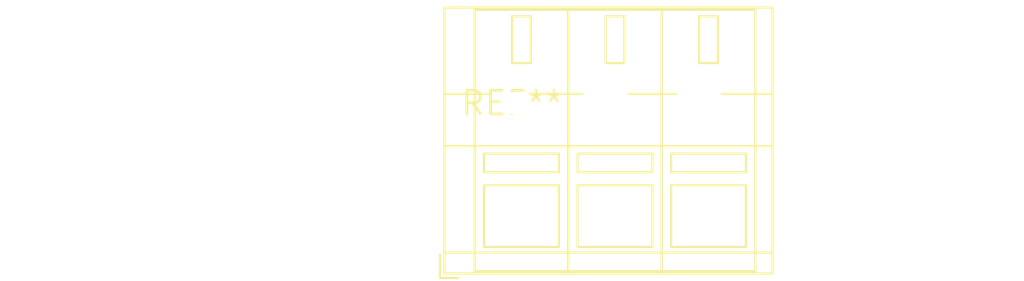
<source format=kicad_pcb>
(kicad_pcb (version 20240108) (generator pcbnew)
  (layers (0 "F.Cu" signal) (31 "B.Cu" signal) (34 "B.Paste" user) (35 "F.Paste" user) (36 "B.SilkS" user "B.Silkscreen") (37 "F.SilkS" user "F.Silkscreen") (38 "B.Mask" user) (39 "F.Mask" user) (44 "Edge.Cuts" user))
  (net 0 "")
  (footprint "TerminalBlock_WAGO_236-103_1x03_P5.00mm_45Degree" (layer "F.Cu") (at 0 0)
    (property "Reference" "REF**")
    (property "Value" "TerminalBlock_WAGO_236-103_1x03_P5.00mm_45Degree")
    (fp_line (start -3.86 8.12) (end -3.86 9.36) (layer "F.SilkS") (stroke (width 0.12)))
    (fp_line (start -3.86 9.36) (end -2.86 9.36) (layer "F.SilkS") (stroke (width 0.12)))
    (fp_line (start -3.62 -5.12) (end -3.62 9.12) (layer "F.SilkS") (stroke (width 0.12)))
    (fp_line (start -3.62 -5.12) (end 13.92 -5.12) (layer "F.SilkS") (stroke (width 0.12)))
    (fp_line (start -3.62 -0.5) (end -1.23 -0.5) (layer "F.SilkS") (stroke (width 0.12)))
    (fp_line (start -3.62 2.3) (end 13.92 2.3) (layer "F.SilkS") (stroke (width 0.12)))
    (fp_line (start -3.62 8) (end 13.92 8) (layer "F.SilkS") (stroke (width 0.12)))
    (fp_line (start -3.62 9.12) (end 13.92 9.12) (layer "F.SilkS") (stroke (width 0.12)))
    (fp_line (start -2 -5) (end -2 9) (layer "F.SilkS") (stroke (width 0.12)))
    (fp_line (start -2 -5) (end 3 -5) (layer "F.SilkS") (stroke (width 0.12)))
    (fp_line (start -2 9) (end 3 9) (layer "F.SilkS") (stroke (width 0.12)))
    (fp_line (start -1.5 2.7) (end -1.5 3.7) (layer "F.SilkS") (stroke (width 0.12)))
    (fp_line (start -1.5 2.7) (end 2.5 2.7) (layer "F.SilkS") (stroke (width 0.12)))
    (fp_line (start -1.5 3.7) (end 2.5 3.7) (layer "F.SilkS") (stroke (width 0.12)))
    (fp_line (start -1.5 4.4) (end -1.5 7.7) (layer "F.SilkS") (stroke (width 0.12)))
    (fp_line (start -1.5 4.4) (end 2.5 4.4) (layer "F.SilkS") (stroke (width 0.12)))
    (fp_line (start -1.5 7.7) (end 2.5 7.7) (layer "F.SilkS") (stroke (width 0.12)))
    (fp_line (start 0 -4.65) (end 0 -2.151) (layer "F.SilkS") (stroke (width 0.12)))
    (fp_line (start 0 -4.65) (end 1 -4.65) (layer "F.SilkS") (stroke (width 0.12)))
    (fp_line (start 0 -2.151) (end 1 -2.151) (layer "F.SilkS") (stroke (width 0.12)))
    (fp_line (start 1 -4.65) (end 1 -2.151) (layer "F.SilkS") (stroke (width 0.12)))
    (fp_line (start 1.23 -0.5) (end 3.77 -0.5) (layer "F.SilkS") (stroke (width 0.12)))
    (fp_line (start 2.5 2.7) (end 2.5 3.7) (layer "F.SilkS") (stroke (width 0.12)))
    (fp_line (start 2.5 4.4) (end 2.5 7.7) (layer "F.SilkS") (stroke (width 0.12)))
    (fp_line (start 3 -5) (end 3 9) (layer "F.SilkS") (stroke (width 0.12)))
    (fp_line (start 3 -5) (end 3 9) (layer "F.SilkS") (stroke (width 0.12)))
    (fp_line (start 3 -5) (end 8 -5) (layer "F.SilkS") (stroke (width 0.12)))
    (fp_line (start 3 9) (end 8 9) (layer "F.SilkS") (stroke (width 0.12)))
    (fp_line (start 3.5 2.7) (end 3.5 3.7) (layer "F.SilkS") (stroke (width 0.12)))
    (fp_line (start 3.5 2.7) (end 7.5 2.7) (layer "F.SilkS") (stroke (width 0.12)))
    (fp_line (start 3.5 3.7) (end 7.5 3.7) (layer "F.SilkS") (stroke (width 0.12)))
    (fp_line (start 3.5 4.4) (end 3.5 7.7) (layer "F.SilkS") (stroke (width 0.12)))
    (fp_line (start 3.5 4.4) (end 7.5 4.4) (layer "F.SilkS") (stroke (width 0.12)))
    (fp_line (start 3.5 7.7) (end 7.5 7.7) (layer "F.SilkS") (stroke (width 0.12)))
    (fp_line (start 5 -4.65) (end 5 -2.151) (layer "F.SilkS") (stroke (width 0.12)))
    (fp_line (start 5 -4.65) (end 6 -4.65) (layer "F.SilkS") (stroke (width 0.12)))
    (fp_line (start 5 -2.151) (end 6 -2.151) (layer "F.SilkS") (stroke (width 0.12)))
    (fp_line (start 6 -4.65) (end 6 -2.151) (layer "F.SilkS") (stroke (width 0.12)))
    (fp_line (start 6.23 -0.5) (end 8.77 -0.5) (layer "F.SilkS") (stroke (width 0.12)))
    (fp_line (start 7.5 2.7) (end 7.5 3.7) (layer "F.SilkS") (stroke (width 0.12)))
    (fp_line (start 7.5 4.4) (end 7.5 7.7) (layer "F.SilkS") (stroke (width 0.12)))
    (fp_line (start 8 -5) (end 8 9) (layer "F.SilkS") (stroke (width 0.12)))
    (fp_line (start 8 -5) (end 8 9) (layer "F.SilkS") (stroke (width 0.12)))
    (fp_line (start 8 -5) (end 13 -5) (layer "F.SilkS") (stroke (width 0.12)))
    (fp_line (start 8 9) (end 13 9) (layer "F.SilkS") (stroke (width 0.12)))
    (fp_line (start 8.5 2.7) (end 8.5 3.7) (layer "F.SilkS") (stroke (width 0.12)))
    (fp_line (start 8.5 2.7) (end 12.5 2.7) (layer "F.SilkS") (stroke (width 0.12)))
    (fp_line (start 8.5 3.7) (end 12.5 3.7) (layer "F.SilkS") (stroke (width 0.12)))
    (fp_line (start 8.5 4.4) (end 8.5 7.7) (layer "F.SilkS") (stroke (width 0.12)))
    (fp_line (start 8.5 4.4) (end 12.5 4.4) (layer "F.SilkS") (stroke (width 0.12)))
    (fp_line (start 8.5 7.7) (end 12.5 7.7) (layer "F.SilkS") (stroke (width 0.12)))
    (fp_line (start 10 -4.65) (end 10 -2.151) (layer "F.SilkS") (stroke (width 0.12)))
    (fp_line (start 10 -4.65) (end 11 -4.65) (layer "F.SilkS") (stroke (width 0.12)))
    (fp_line (start 10 -2.151) (end 11 -2.151) (layer "F.SilkS") (stroke (width 0.12)))
    (fp_line (start 11 -4.65) (end 11 -2.151) (layer "F.SilkS") (stroke (width 0.12)))
    (fp_line (start 11.23 -0.5) (end 13.92 -0.5) (layer "F.SilkS") (stroke (width 0.12)))
    (fp_line (start 12.5 2.7) (end 12.5 3.7) (layer "F.SilkS") (stroke (width 0.12)))
    (fp_line (start 12.5 4.4) (end 12.5 7.7) (layer "F.SilkS") (stroke (width 0.12)))
    (fp_line (start 13 -5) (end 13 9) (layer "F.SilkS") (stroke (width 0.12)))
    (fp_line (start 13.92 -5.12) (end 13.92 9.12) (layer "F.SilkS") (stroke (width 0.12)))
    (pad "1" thru_hole rect (at 0 0) (size 1.5 3) (drill 1.15) (layers *.Cu *.Mask) (remove_unused_layers))
    (pad "2" thru_hole oval (at 5 0) (size 1.5 3) (drill 1.15) (layers *.Cu *.Mask) (remove_unused_layers))
    (pad "3" thru_hole oval (at 10 0) (size 1.5 3) (drill 1.15) (layers *.Cu *.Mask) (remove_unused_layers))
  )
)
</source>
